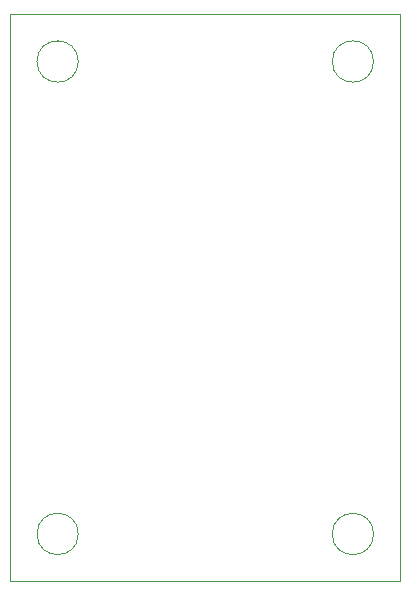
<source format=gm1>
%TF.GenerationSoftware,KiCad,Pcbnew,6.0.2-378541a8eb~116~ubuntu20.04.1*%
%TF.CreationDate,2022-02-28T14:07:21-06:00*%
%TF.ProjectId,propagation_delay_led_pulser,70726f70-6167-4617-9469-6f6e5f64656c,1.0*%
%TF.SameCoordinates,Original*%
%TF.FileFunction,Profile,NP*%
%FSLAX46Y46*%
G04 Gerber Fmt 4.6, Leading zero omitted, Abs format (unit mm)*
G04 Created by KiCad (PCBNEW 6.0.2-378541a8eb~116~ubuntu20.04.1) date 2022-02-28 14:07:21*
%MOMM*%
%LPD*%
G01*
G04 APERTURE LIST*
%TA.AperFunction,Profile*%
%ADD10C,0.100000*%
%TD*%
G04 APERTURE END LIST*
D10*
X202160000Y-51712000D02*
G75*
G03*
X202160000Y-51712000I-1750000J0D01*
G01*
X202160000Y-91712000D02*
G75*
G03*
X202160000Y-91712000I-1750000J0D01*
G01*
X227160000Y-91712000D02*
G75*
G03*
X227160000Y-91712000I-1750000J0D01*
G01*
X196410000Y-95712000D02*
X229410000Y-95712000D01*
X229410000Y-95712000D02*
X229410000Y-47712000D01*
X229410000Y-47712000D02*
X196410000Y-47712000D01*
X196410000Y-47712000D02*
X196410000Y-95712000D01*
X227160000Y-51712000D02*
G75*
G03*
X227160000Y-51712000I-1750000J0D01*
G01*
M02*

</source>
